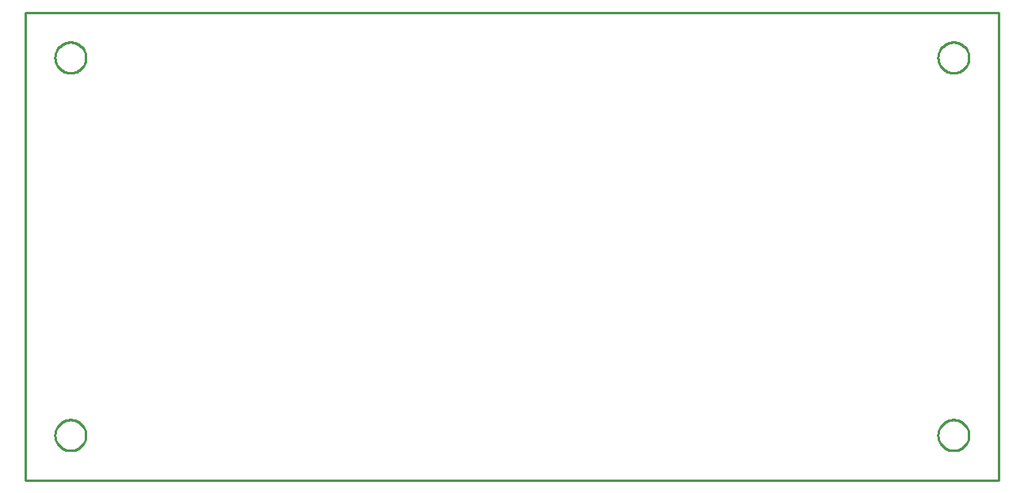
<source format=gbr>
G04 EAGLE Gerber RS-274X export*
G75*
%MOMM*%
%FSLAX34Y34*%
%LPD*%
%IN*%
%IPPOS*%
%AMOC8*
5,1,8,0,0,1.08239X$1,22.5*%
G01*
%ADD10C,0.254000*%


D10*
X0Y0D02*
X1040000Y0D01*
X1040000Y500000D01*
X0Y500000D01*
X0Y0D01*
X64500Y47460D02*
X64429Y46382D01*
X64288Y45311D01*
X64078Y44251D01*
X63798Y43208D01*
X63451Y42185D01*
X63037Y41187D01*
X62560Y40218D01*
X62019Y39282D01*
X61419Y38384D01*
X60762Y37527D01*
X60049Y36715D01*
X59285Y35951D01*
X58473Y35239D01*
X57616Y34581D01*
X56718Y33981D01*
X55782Y33441D01*
X54813Y32963D01*
X53815Y32549D01*
X52792Y32202D01*
X51749Y31922D01*
X50689Y31712D01*
X49618Y31571D01*
X48540Y31500D01*
X47460Y31500D01*
X46382Y31571D01*
X45311Y31712D01*
X44251Y31922D01*
X43208Y32202D01*
X42185Y32549D01*
X41187Y32963D01*
X40218Y33441D01*
X39282Y33981D01*
X38384Y34581D01*
X37527Y35239D01*
X36715Y35951D01*
X35951Y36715D01*
X35239Y37527D01*
X34581Y38384D01*
X33981Y39282D01*
X33441Y40218D01*
X32963Y41187D01*
X32549Y42185D01*
X32202Y43208D01*
X31922Y44251D01*
X31712Y45311D01*
X31571Y46382D01*
X31500Y47460D01*
X31500Y48540D01*
X31571Y49618D01*
X31712Y50689D01*
X31922Y51749D01*
X32202Y52792D01*
X32549Y53815D01*
X32963Y54813D01*
X33441Y55782D01*
X33981Y56718D01*
X34581Y57616D01*
X35239Y58473D01*
X35951Y59285D01*
X36715Y60049D01*
X37527Y60762D01*
X38384Y61419D01*
X39282Y62019D01*
X40218Y62560D01*
X41187Y63037D01*
X42185Y63451D01*
X43208Y63798D01*
X44251Y64078D01*
X45311Y64288D01*
X46382Y64429D01*
X47460Y64500D01*
X48540Y64500D01*
X49618Y64429D01*
X50689Y64288D01*
X51749Y64078D01*
X52792Y63798D01*
X53815Y63451D01*
X54813Y63037D01*
X55782Y62560D01*
X56718Y62019D01*
X57616Y61419D01*
X58473Y60762D01*
X59285Y60049D01*
X60049Y59285D01*
X60762Y58473D01*
X61419Y57616D01*
X62019Y56718D01*
X62560Y55782D01*
X63037Y54813D01*
X63451Y53815D01*
X63798Y52792D01*
X64078Y51749D01*
X64288Y50689D01*
X64429Y49618D01*
X64500Y48540D01*
X64500Y47460D01*
X64500Y451460D02*
X64429Y450382D01*
X64288Y449311D01*
X64078Y448251D01*
X63798Y447208D01*
X63451Y446185D01*
X63037Y445187D01*
X62560Y444218D01*
X62019Y443282D01*
X61419Y442384D01*
X60762Y441527D01*
X60049Y440715D01*
X59285Y439951D01*
X58473Y439239D01*
X57616Y438581D01*
X56718Y437981D01*
X55782Y437441D01*
X54813Y436963D01*
X53815Y436549D01*
X52792Y436202D01*
X51749Y435922D01*
X50689Y435712D01*
X49618Y435571D01*
X48540Y435500D01*
X47460Y435500D01*
X46382Y435571D01*
X45311Y435712D01*
X44251Y435922D01*
X43208Y436202D01*
X42185Y436549D01*
X41187Y436963D01*
X40218Y437441D01*
X39282Y437981D01*
X38384Y438581D01*
X37527Y439239D01*
X36715Y439951D01*
X35951Y440715D01*
X35239Y441527D01*
X34581Y442384D01*
X33981Y443282D01*
X33441Y444218D01*
X32963Y445187D01*
X32549Y446185D01*
X32202Y447208D01*
X31922Y448251D01*
X31712Y449311D01*
X31571Y450382D01*
X31500Y451460D01*
X31500Y452540D01*
X31571Y453618D01*
X31712Y454689D01*
X31922Y455749D01*
X32202Y456792D01*
X32549Y457815D01*
X32963Y458813D01*
X33441Y459782D01*
X33981Y460718D01*
X34581Y461616D01*
X35239Y462473D01*
X35951Y463285D01*
X36715Y464049D01*
X37527Y464762D01*
X38384Y465419D01*
X39282Y466019D01*
X40218Y466560D01*
X41187Y467037D01*
X42185Y467451D01*
X43208Y467798D01*
X44251Y468078D01*
X45311Y468288D01*
X46382Y468429D01*
X47460Y468500D01*
X48540Y468500D01*
X49618Y468429D01*
X50689Y468288D01*
X51749Y468078D01*
X52792Y467798D01*
X53815Y467451D01*
X54813Y467037D01*
X55782Y466560D01*
X56718Y466019D01*
X57616Y465419D01*
X58473Y464762D01*
X59285Y464049D01*
X60049Y463285D01*
X60762Y462473D01*
X61419Y461616D01*
X62019Y460718D01*
X62560Y459782D01*
X63037Y458813D01*
X63451Y457815D01*
X63798Y456792D01*
X64078Y455749D01*
X64288Y454689D01*
X64429Y453618D01*
X64500Y452540D01*
X64500Y451460D01*
X1008500Y47460D02*
X1008429Y46382D01*
X1008288Y45311D01*
X1008078Y44251D01*
X1007798Y43208D01*
X1007451Y42185D01*
X1007037Y41187D01*
X1006560Y40218D01*
X1006019Y39282D01*
X1005419Y38384D01*
X1004762Y37527D01*
X1004049Y36715D01*
X1003285Y35951D01*
X1002473Y35239D01*
X1001616Y34581D01*
X1000718Y33981D01*
X999782Y33441D01*
X998813Y32963D01*
X997815Y32549D01*
X996792Y32202D01*
X995749Y31922D01*
X994689Y31712D01*
X993618Y31571D01*
X992540Y31500D01*
X991460Y31500D01*
X990382Y31571D01*
X989311Y31712D01*
X988251Y31922D01*
X987208Y32202D01*
X986185Y32549D01*
X985187Y32963D01*
X984218Y33441D01*
X983282Y33981D01*
X982384Y34581D01*
X981527Y35239D01*
X980715Y35951D01*
X979951Y36715D01*
X979239Y37527D01*
X978581Y38384D01*
X977981Y39282D01*
X977441Y40218D01*
X976963Y41187D01*
X976549Y42185D01*
X976202Y43208D01*
X975922Y44251D01*
X975712Y45311D01*
X975571Y46382D01*
X975500Y47460D01*
X975500Y48540D01*
X975571Y49618D01*
X975712Y50689D01*
X975922Y51749D01*
X976202Y52792D01*
X976549Y53815D01*
X976963Y54813D01*
X977441Y55782D01*
X977981Y56718D01*
X978581Y57616D01*
X979239Y58473D01*
X979951Y59285D01*
X980715Y60049D01*
X981527Y60762D01*
X982384Y61419D01*
X983282Y62019D01*
X984218Y62560D01*
X985187Y63037D01*
X986185Y63451D01*
X987208Y63798D01*
X988251Y64078D01*
X989311Y64288D01*
X990382Y64429D01*
X991460Y64500D01*
X992540Y64500D01*
X993618Y64429D01*
X994689Y64288D01*
X995749Y64078D01*
X996792Y63798D01*
X997815Y63451D01*
X998813Y63037D01*
X999782Y62560D01*
X1000718Y62019D01*
X1001616Y61419D01*
X1002473Y60762D01*
X1003285Y60049D01*
X1004049Y59285D01*
X1004762Y58473D01*
X1005419Y57616D01*
X1006019Y56718D01*
X1006560Y55782D01*
X1007037Y54813D01*
X1007451Y53815D01*
X1007798Y52792D01*
X1008078Y51749D01*
X1008288Y50689D01*
X1008429Y49618D01*
X1008500Y48540D01*
X1008500Y47460D01*
X1008500Y451460D02*
X1008429Y450382D01*
X1008288Y449311D01*
X1008078Y448251D01*
X1007798Y447208D01*
X1007451Y446185D01*
X1007037Y445187D01*
X1006560Y444218D01*
X1006019Y443282D01*
X1005419Y442384D01*
X1004762Y441527D01*
X1004049Y440715D01*
X1003285Y439951D01*
X1002473Y439239D01*
X1001616Y438581D01*
X1000718Y437981D01*
X999782Y437441D01*
X998813Y436963D01*
X997815Y436549D01*
X996792Y436202D01*
X995749Y435922D01*
X994689Y435712D01*
X993618Y435571D01*
X992540Y435500D01*
X991460Y435500D01*
X990382Y435571D01*
X989311Y435712D01*
X988251Y435922D01*
X987208Y436202D01*
X986185Y436549D01*
X985187Y436963D01*
X984218Y437441D01*
X983282Y437981D01*
X982384Y438581D01*
X981527Y439239D01*
X980715Y439951D01*
X979951Y440715D01*
X979239Y441527D01*
X978581Y442384D01*
X977981Y443282D01*
X977441Y444218D01*
X976963Y445187D01*
X976549Y446185D01*
X976202Y447208D01*
X975922Y448251D01*
X975712Y449311D01*
X975571Y450382D01*
X975500Y451460D01*
X975500Y452540D01*
X975571Y453618D01*
X975712Y454689D01*
X975922Y455749D01*
X976202Y456792D01*
X976549Y457815D01*
X976963Y458813D01*
X977441Y459782D01*
X977981Y460718D01*
X978581Y461616D01*
X979239Y462473D01*
X979951Y463285D01*
X980715Y464049D01*
X981527Y464762D01*
X982384Y465419D01*
X983282Y466019D01*
X984218Y466560D01*
X985187Y467037D01*
X986185Y467451D01*
X987208Y467798D01*
X988251Y468078D01*
X989311Y468288D01*
X990382Y468429D01*
X991460Y468500D01*
X992540Y468500D01*
X993618Y468429D01*
X994689Y468288D01*
X995749Y468078D01*
X996792Y467798D01*
X997815Y467451D01*
X998813Y467037D01*
X999782Y466560D01*
X1000718Y466019D01*
X1001616Y465419D01*
X1002473Y464762D01*
X1003285Y464049D01*
X1004049Y463285D01*
X1004762Y462473D01*
X1005419Y461616D01*
X1006019Y460718D01*
X1006560Y459782D01*
X1007037Y458813D01*
X1007451Y457815D01*
X1007798Y456792D01*
X1008078Y455749D01*
X1008288Y454689D01*
X1008429Y453618D01*
X1008500Y452540D01*
X1008500Y451460D01*
M02*

</source>
